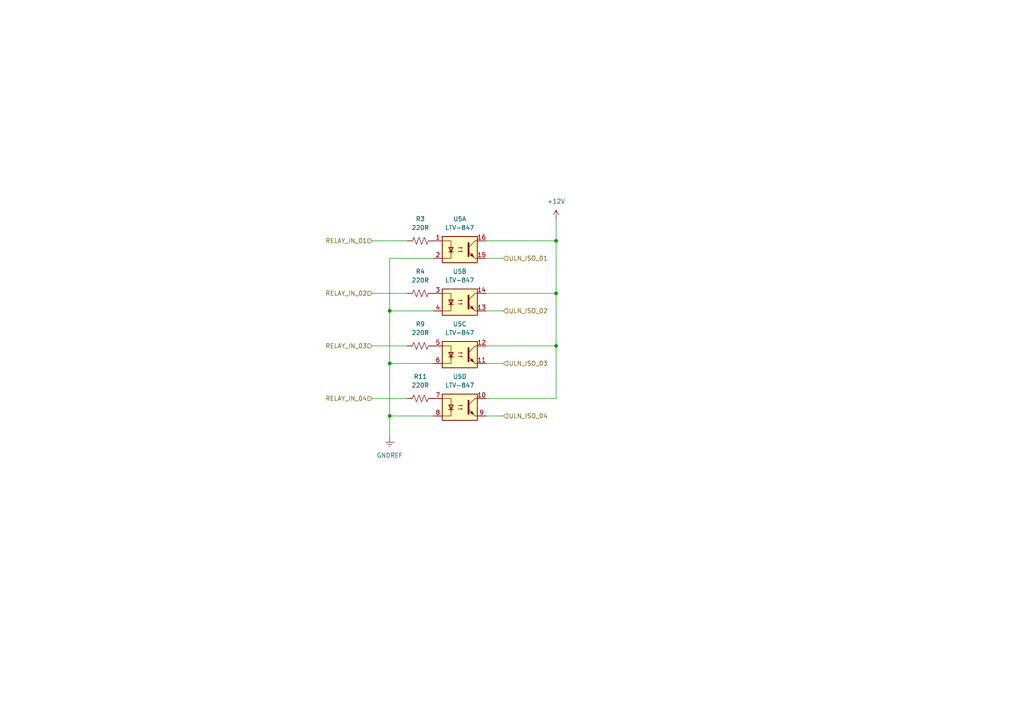
<source format=kicad_sch>
(kicad_sch (version 20231120) (generator "eeschema") (generator_version "8.0")
  (paper "A4")
  (lib_symbols
    (symbol "Device:R_US" (pin_numbers hide) (pin_names (offset 0))
      (property "Reference" "R" (at 2.54 0 90))
      (property "Value" "R_US" (at -2.54 0 90))
      (symbol "R_US_0_1"
        (polyline (pts (xy 0 -2.286) (xy 0 -2.54)))
        (polyline (pts (xy 0 2.286) (xy 0 2.54)))
        (polyline (pts (xy 0 -0.762) (xy 1.016 -1.143) (xy 0 -1.524) (xy -1.016 -1.905) (xy 0 -2.286)))
        (polyline (pts (xy 0 0.762) (xy 1.016 0.381) (xy 0 0) (xy -1.016 -0.381) (xy 0 -0.762)))
        (polyline (pts (xy 0 2.286) (xy 1.016 1.905) (xy 0 1.524) (xy -1.016 1.143) (xy 0 0.762)))
      )
      (symbol "R_US_1_1"
        (pin passive line (at 0 3.81 270) (length 1.27) (name "~") (number "1"))
        (pin passive line (at 0 -3.81 90) (length 1.27) (name "~") (number "2"))
      )
    )
    (symbol "Isolator:LTV-847" (pin_names (offset 1.016))
      (property "Reference" "U" (at -5.08 5.08 0))
      (property "Value" "LTV-847" (at 0 5.08 0))
      (symbol "LTV-847_0_1"
        (rectangle (start -5.08 3.81) (end 5.08 -3.81) (stroke (width 0.254)) (fill (type background)))
        (polyline (pts (xy -3.175 -0.635) (xy -1.905 -0.635)) (stroke (width 0.254)))
        (polyline (pts (xy 2.54 0.635) (xy 4.445 2.54)))
        (polyline (pts (xy 4.445 -2.54) (xy 2.54 -0.635)) (fill (type outline)))
        (polyline (pts (xy 4.445 -2.54) (xy 5.08 -2.54)))
        (polyline (pts (xy 4.445 2.54) (xy 5.08 2.54)))
        (polyline (pts (xy -2.54 -0.635) (xy -2.54 -2.54) (xy -5.08 -2.54)))
        (polyline (pts (xy 2.54 1.905) (xy 2.54 -1.905) (xy 2.54 -1.905)) (stroke (width 0.508)))
        (polyline (pts (xy -5.08 2.54) (xy -2.54 2.54) (xy -2.54 -1.27) (xy -2.54 0.635)))
        (polyline (pts (xy -2.54 -0.635) (xy -3.175 0.635) (xy -1.905 0.635) (xy -2.54 -0.635)) (stroke (width 0.254)))
        (polyline (pts (xy -0.508 -0.508) (xy 0.762 -0.508) (xy 0.381 -0.635) (xy 0.381 -0.381) (xy 0.762 -0.508)))
        (polyline (pts (xy -0.508 0.508) (xy 0.762 0.508) (xy 0.381 0.381) (xy 0.381 0.635) (xy 0.762 0.508)))
        (polyline (pts (xy 3.048 -1.651) (xy 3.556 -1.143) (xy 4.064 -2.159) (xy 3.048 -1.651) (xy 3.048 -1.651)) (fill (type outline)))
      )
      (symbol "LTV-847_1_1"
        (pin passive line (at -7.62 2.54 0) (length 2.54) (name "~") (number "1"))
        (pin passive line (at 7.62 -2.54 180) (length 2.54) (name "~") (number "15"))
        (pin passive line (at 7.62 2.54 180) (length 2.54) (name "~") (number "16"))
        (pin passive line (at -7.62 -2.54 0) (length 2.54) (name "~") (number "2"))
      )
      (symbol "LTV-847_2_1"
        (pin passive line (at 7.62 -2.54 180) (length 2.54) (name "~") (number "13"))
        (pin passive line (at 7.62 2.54 180) (length 2.54) (name "~") (number "14"))
        (pin passive line (at -7.62 2.54 0) (length 2.54) (name "~") (number "3"))
        (pin passive line (at -7.62 -2.54 0) (length 2.54) (name "~") (number "4"))
      )
      (symbol "LTV-847_3_1"
        (pin passive line (at 7.62 -2.54 180) (length 2.54) (name "~") (number "11"))
        (pin passive line (at 7.62 2.54 180) (length 2.54) (name "~") (number "12"))
        (pin passive line (at -7.62 2.54 0) (length 2.54) (name "~") (number "5"))
        (pin passive line (at -7.62 -2.54 0) (length 2.54) (name "~") (number "6"))
      )
      (symbol "LTV-847_4_1"
        (pin passive line (at 7.62 2.54 180) (length 2.54) (name "~") (number "10"))
        (pin passive line (at -7.62 2.54 0) (length 2.54) (name "~") (number "7"))
        (pin passive line (at -7.62 -2.54 0) (length 2.54) (name "~") (number "8"))
        (pin passive line (at 7.62 -2.54 180) (length 2.54) (name "~") (number "9"))
      )
    )
    (symbol "power:+12V" (power) (pin_numbers hide) (pin_names (offset 0) hide)
      (property "Value" "+12V" (at 0 3.556 0))
      (symbol "+12V_0_1"
        (polyline (pts (xy -0.762 1.27) (xy 0 2.54)))
        (polyline (pts (xy 0 0) (xy 0 2.54)))
        (polyline (pts (xy 0 2.54) (xy 0.762 1.27)))
      )
      (symbol "+12V_1_1"
        (pin power_in line (at 0 0 90) (length 0) (name "~") (number "1"))
      )
    )
    (symbol "power:GNDREF" (power) (pin_numbers hide) (pin_names (offset 0) hide)
      (property "Value" "GNDREF" (at 0 -3.81 0))
      (symbol "GNDREF_0_1"
        (polyline (pts (xy -0.635 -1.905) (xy 0.635 -1.905)))
        (polyline (pts (xy -0.127 -2.54) (xy 0.127 -2.54)))
        (polyline (pts (xy 0 -1.27) (xy 0 0)))
        (polyline (pts (xy 1.27 -1.27) (xy -1.27 -1.27)))
      )
      (symbol "GNDREF_1_1"
        (pin power_in line (at 0 0 270) (length 0) (name "~") (number "1"))
      )
    )
  )
  (junction (at 161.29 85.09))
  (junction (at 113.03 105.41))
  (junction (at 161.29 69.85))
  (junction (at 113.03 120.65))
  (junction (at 161.29 100.33))
  (junction (at 113.03 90.17))
  (wire (pts (xy 140.97 69.85) (xy 161.29 69.85)))
  (wire (pts (xy 140.97 74.93) (xy 146.05 74.93)))
  (wire (pts (xy 161.29 115.57) (xy 161.29 100.33)))
  (wire (pts (xy 113.03 90.17) (xy 125.73 90.17)))
  (wire (pts (xy 140.97 115.57) (xy 161.29 115.57)))
  (wire (pts (xy 113.03 120.65) (xy 113.03 127)))
  (wire (pts (xy 140.97 120.65) (xy 146.05 120.65)))
  (wire (pts (xy 113.03 74.93) (xy 113.03 90.17)))
  (wire (pts (xy 125.73 74.93) (xy 113.03 74.93)))
  (wire (pts (xy 161.29 100.33) (xy 161.29 85.09)))
  (wire (pts (xy 107.95 115.57) (xy 118.11 115.57)))
  (wire (pts (xy 107.95 69.85) (xy 118.11 69.85)))
  (wire (pts (xy 161.29 85.09) (xy 161.29 69.85)))
  (wire (pts (xy 107.95 85.09) (xy 118.11 85.09)))
  (wire (pts (xy 107.95 100.33) (xy 118.11 100.33)))
  (wire (pts (xy 113.03 105.41) (xy 125.73 105.41)))
  (wire (pts (xy 140.97 100.33) (xy 161.29 100.33)))
  (wire (pts (xy 113.03 90.17) (xy 113.03 105.41)))
  (wire (pts (xy 113.03 105.41) (xy 113.03 120.65)))
  (wire (pts (xy 140.97 105.41) (xy 146.05 105.41)))
  (wire (pts (xy 140.97 85.09) (xy 161.29 85.09)))
  (wire (pts (xy 140.97 90.17) (xy 146.05 90.17)))
  (wire (pts (xy 161.29 69.85) (xy 161.29 63.5)))
  (wire (pts (xy 113.03 120.65) (xy 125.73 120.65)))
  (hierarchical_label "ULN_ISO_01" (shape input) (at 146.05 74.93 0))
  (hierarchical_label "ULN_ISO_04" (shape input) (at 146.05 120.65 0))
  (hierarchical_label "RELAY_IN_03" (shape input) (at 107.95 100.33 180))
  (hierarchical_label "RELAY_IN_02" (shape input) (at 107.95 85.09 180))
  (hierarchical_label "RELAY_IN_04" (shape input) (at 107.95 115.57 180))
  (hierarchical_label "ULN_ISO_02" (shape input) (at 146.05 90.17 0))
  (hierarchical_label "ULN_ISO_03" (shape input) (at 146.05 105.41 0))
  (hierarchical_label "RELAY_IN_01" (shape input) (at 107.95 69.85 180))
  (symbol (lib_id "Isolator:LTV-847") (at 133.35 72.39 0) (unit 1)
    (property "Reference" "U5" (at 133.35 63.5 0))
    (property "Value" "LTV-847" (at 133.35 66.04 0))
    (property "Footprint" "Package_DIP:DIP-16_W7.62mm_SMDSocket_SmallPads" (effects (hide yes)))
    (property "Datasheet" "http://optoelectronics.liteon.com/upload/download/DS-70-96-0016/LTV-8X7%20series.PDF" (effects (hide yes)))
    (property "Description" "Quad DC Optocoupler, Vce 35V, CTR 50%, DIP-16" (effects (hide yes)))
    (instances (project "RS232-Relay" (path "" (reference "U5") (unit 1)) (path "" (reference "U2") (unit 1)) (path "" (reference "U6") (unit 1))))
  )
  (symbol (lib_id "power:+12V") (at 161.29 63.5 0) (unit 1)
    (property "Reference" "#PWR027" (effects (hide yes)))
    (property "Value" "+12V" (at 161.29 58.42 0))
    (property "Description" "Power symbol creates a global label with name \"+12V\"" (effects (hide yes)))
    (instances (project "RS232-Relay" (path "" (reference "#PWR027") (unit 1)) (path "" (reference "#PWR025") (unit 1)) (path "" (reference "#PWR042") (unit 1))))
  )
  (symbol (lib_id "Device:R_US") (at 121.92 69.85 90) (unit 1)
    (property "Reference" "R3" (at 121.92 63.5 90))
    (property "Value" "220R" (at 121.92 66.04 90))
    (property "Footprint" "Resistor_SMD:R_0603_1608Metric" (effects (hide yes)))
    (property "Description" "Resistor, US symbol" (effects (hide yes)))
    (property "LCSC" "C22962" (effects (hide yes)))
    (instances (project "RS232-Relay" (path "" (reference "R3") (unit 1)) (path "" (reference "R7") (unit 1)) (path "" (reference "R19") (unit 1))))
  )
  (symbol (lib_id "power:GNDREF") (at 113.03 127 0) (unit 1)
    (property "Reference" "#PWR02" (effects (hide yes)))
    (property "Value" "GNDREF" (at 113.03 132.08 0))
    (property "Description" "Power symbol creates a global label with name \"GNDREF\" , reference supply ground" (effects (hide yes)))
    (instances (project "RS232-Relay" (path "" (reference "#PWR02") (unit 1)) (path "" (reference "#PWR024") (unit 1)) (path "" (reference "#PWR038") (unit 1))))
  )
  (symbol (lib_id "Isolator:LTV-847") (at 133.35 87.63 0) (unit 2)
    (property "Reference" "U5" (at 133.35 78.74 0))
    (property "Value" "LTV-847" (at 133.35 81.28 0))
    (property "Footprint" "Package_DIP:DIP-16_W7.62mm_SMDSocket_SmallPads" (effects (hide yes)))
    (property "Datasheet" "http://optoelectronics.liteon.com/upload/download/DS-70-96-0016/LTV-8X7%20series.PDF" (effects (hide yes)))
    (property "Description" "Quad DC Optocoupler, Vce 35V, CTR 50%, DIP-16" (effects (hide yes)))
    (instances (project "RS232-Relay" (path "" (reference "U5") (unit 2)) (path "" (reference "U2") (unit 2)) (path "" (reference "U6") (unit 2))))
  )
  (symbol (lib_id "Device:R_US") (at 121.92 100.33 90) (unit 1)
    (property "Reference" "R9" (at 121.92 93.98 90))
    (property "Value" "220R" (at 121.92 96.52 90))
    (property "Footprint" "Resistor_SMD:R_0603_1608Metric" (effects (hide yes)))
    (property "Description" "Resistor, US symbol" (effects (hide yes)))
    (property "LCSC" "C22962" (effects (hide yes)))
    (instances (project "RS232-Relay" (path "" (reference "R9") (unit 1)) (path "" (reference "R15") (unit 1)) (path "" (reference "R23") (unit 1))))
  )
  (symbol (lib_id "Device:R_US") (at 121.92 85.09 90) (unit 1)
    (property "Reference" "R4" (at 121.92 78.74 90))
    (property "Value" "220R" (at 121.92 81.28 90))
    (property "Footprint" "Resistor_SMD:R_0603_1608Metric" (effects (hide yes)))
    (property "Description" "Resistor, US symbol" (effects (hide yes)))
    (property "LCSC" "C22962" (effects (hide yes)))
    (instances (project "RS232-Relay" (path "" (reference "R4") (unit 1)) (path "" (reference "R13") (unit 1)) (path "" (reference "R21") (unit 1))))
  )
  (symbol (lib_id "Isolator:LTV-847") (at 133.35 102.87 0) (unit 3)
    (property "Reference" "U5" (at 133.35 93.98 0))
    (property "Value" "LTV-847" (at 133.35 96.52 0))
    (property "Footprint" "Package_DIP:DIP-16_W7.62mm_SMDSocket_SmallPads" (effects (hide yes)))
    (property "Datasheet" "http://optoelectronics.liteon.com/upload/download/DS-70-96-0016/LTV-8X7%20series.PDF" (effects (hide yes)))
    (property "Description" "Quad DC Optocoupler, Vce 35V, CTR 50%, DIP-16" (effects (hide yes)))
    (instances (project "RS232-Relay" (path "" (reference "U5") (unit 3)) (path "" (reference "U2") (unit 3)) (path "" (reference "U6") (unit 3))))
  )
  (symbol (lib_id "Device:R_US") (at 121.92 115.57 90) (unit 1)
    (property "Reference" "R11" (at 121.92 109.22 90))
    (property "Value" "220R" (at 121.92 111.76 90))
    (property "Footprint" "Resistor_SMD:R_0603_1608Metric" (effects (hide yes)))
    (property "Description" "Resistor, US symbol" (effects (hide yes)))
    (property "LCSC" "C22962" (effects (hide yes)))
    (instances (project "RS232-Relay" (path "" (reference "R11") (unit 1)) (path "" (reference "R17") (unit 1)) (path "" (reference "R25") (unit 1))))
  )
  (symbol (lib_id "Isolator:LTV-847") (at 133.35 118.11 0) (unit 4)
    (property "Reference" "U5" (at 133.35 109.22 0))
    (property "Value" "LTV-847" (at 133.35 111.76 0))
    (property "Footprint" "Package_DIP:DIP-16_W7.62mm_SMDSocket_SmallPads" (effects (hide yes)))
    (property "Datasheet" "http://optoelectronics.liteon.com/upload/download/DS-70-96-0016/LTV-8X7%20series.PDF" (effects (hide yes)))
    (property "Description" "Quad DC Optocoupler, Vce 35V, CTR 50%, DIP-16" (effects (hide yes)))
    (instances (project "RS232-Relay" (path "" (reference "U5") (unit 4)) (path "" (reference "U2") (unit 4)) (path "" (reference "U6") (unit 4))))
  )
)
</source>
